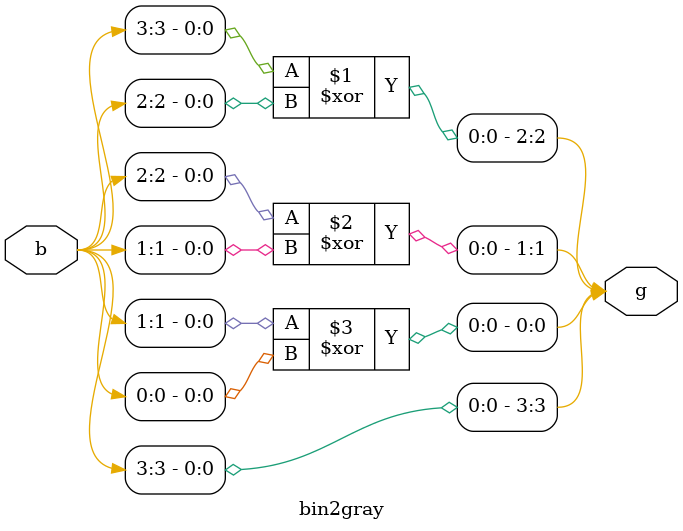
<source format=v>
`timescale 1ns / 1ps

module bin2gray(b,g);
    input[3:0] b;
    output[3:0] g;
    assign g[3] = b[3];
    assign g[2] = b[3] ^ b[2];
    assign g[1] = b[2] ^ b[1];
    assign g[0] = b[1] ^ b[0];
endmodule

</source>
